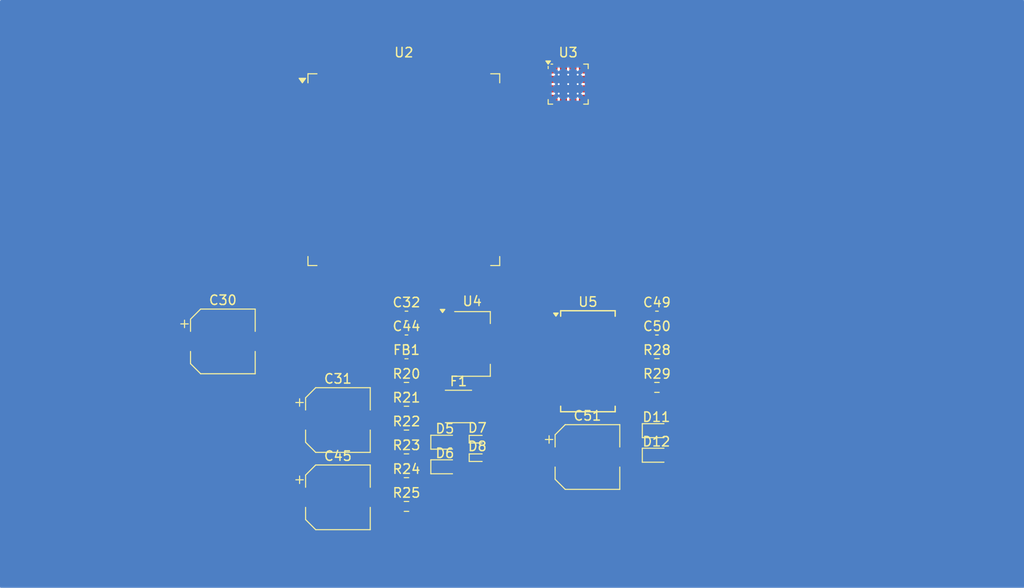
<source format=kicad_pcb>
(kicad_pcb (version 20241229) (generator "pcbnew") (generator_version "9.0")
  (layers (0 "F.Cu" signal) (2 "B.Cu" power) (13 "F.Paste" user) (5 "F.SilkS" user "F.Silkscreen") (1 "F.Mask" user) (25 "Edge.Cuts" user))
  (net 0 "")
  (net 1 "GND")
  (net 2 "+5V")
  (net 3 "+3V3")
  (net 4 "PWR_IN")
  (net 5 "Net-(C44-Pad1)")
  (net 6 "Net-(U5-3V3OUT)")
  (net 7 "Net-(D5-A)")
  (net 8 "Net-(D6-A)")
  (net 9 "USBC_D.P")
  (net 10 "USBC_D.N")
  (net 11 "Net-(D11-K)")
  (net 12 "Net-(D11-A)")
  (net 13 "Net-(D12-K)")
  (net 14 "Net-(D12-A)")
  (net 15 "Net-(U4-ADJ)")
  (net 16 "Net-(J3-CC2)")
  (net 17 "Net-(J3-CC1)")
  (net 18 "/mcu/PF10")
  (net 19 "SDMMC1_D2")
  (net 20 "/mcu/PD15")
  (net 21 "/mcu/DBG_JTCK-SWCLK")
  (net 22 "UART4_RXD")
  (net 23 "/mcu/PC2")
  (net 24 "/mcu/PF5")
  (net 25 "Net-(C11-Pad1)")
  (net 26 "/mcu/PA4")
  (net 27 "/mcu/PG7")
  (net 28 "/mcu/PE8")
  (net 29 "ETH_TX_EN")
  (net 30 "/mcu/PB14")
  (net 31 "/mcu/DBG_JTDI")
  (net 32 "/mcu/PB2")
  (net 33 "/mcu/PF8")
  (net 34 "/mcu/PG11")
  (net 35 "/mcu/PF15")
  (net 36 "/mcu/PE13")
  (net 37 "SDMMC1_D3")
  (net 38 "WRITE_PROTECT")
  (net 39 "/mcu/PA3")
  (net 40 "/mcu/PC0")
  (net 41 "/mcu/PD6")
  (net 42 "/mcu/PF6")
  (net 43 "/mcu/DBG_JTRST")
  (net 44 "/mcu/MCU_VDDA")
  (net 45 "/mcu/PD3")
  (net 46 "/mcu/PA12")
  (net 47 "Net-(C12-Pad1)")
  (net 48 "ETH_RXD1")
  (net 49 "/mcu/PG10")
  (net 50 "/mcu/PE7")
  (net 51 "/mcu/PB15")
  (net 52 "/mcu/PB1")
  (net 53 "/mcu/PF0")
  (net 54 "/mcu/PG6")
  (net 55 "/mcu/PD8")
  (net 56 "/mcu/DBG_JTMS-SWDIO")
  (net 57 "/mcu/PF13")
  (net 58 "/mcu/PB5")
  (net 59 "/mcu/PD0")
  (net 60 "Net-(U2-PH1)")
  (net 61 "/mcu/PE9")
  (net 62 "/mcu/PD14")
  (net 63 "ETH_TXD1")
  (net 64 "/mcu/PE0")
  (net 65 "/mcu/PF4")
  (net 66 "/mcu/PA8")
  (net 67 "/mcu/PE15")
  (net 68 "/mcu/PB6")
  (net 69 "/mcu/PF2")
  (net 70 "/mcu/PD10")
  (net 71 "/mcu/PE14")
  (net 72 "ETH_CRS_DV")
  (net 73 "/mcu/PG14")
  (net 74 "CARD_DETECT")
  (net 75 "/mcu/PB0")
  (net 76 "Net-(U2-PC15)")
  (net 77 "/mcu/PC3")
  (net 78 "SDMMC1_D1")
  (net 79 "/mcu/PG12")
  (net 80 "/mcu/PG2")
  (net 81 "/mcu/PE3")
  (net 82 "/mcu/MCU_VREF+")
  (net 83 "/mcu/PE11")
  (net 84 "/mcu/PA9")
  (net 85 "/mcu/PA6")
  (net 86 "/mcu/PF7")
  (net 87 "/mcu/PG5")
  (net 88 "/mcu/PF12")
  (net 89 "ETH_RXD0")
  (net 90 "/mcu/PG4")
  (net 91 "ETH_MDIO")
  (net 92 "/mcu/PA10")
  (net 93 "ETH_REF_CLK")
  (net 94 "/mcu/PF3")
  (net 95 "ETH_TXD0")
  (net 97 "/mcu/PF1")
  (net 98 "Net-(U2-PH0)")
  (net 99 "/mcu/PG9")
  (net 100 "/mcu/PF14")
  (net 101 "/mcu/PE10")
  (net 102 "/mcu/PE2")
  (net 103 "/mcu/PB8")
  (net 104 "/mcu/PC6")
  (net 105 "/mcu/PD1")
  (net 106 "/mcu/DBG_JTDO")
  (net 107 "/mcu/PC13")
  (net 108 "/mcu/PB9")
  (net 109 "/mcu/MCU_nRST")
  (net 110 "/mcu/PF9")
  (net 111 "/mcu/PA5")
  (net 112 "/mcu/PG3")
  (net 113 "/mcu/PG13")
  (net 114 "/mcu/PF11")
  (net 115 "/mcu/PD4")
  (net 116 "/mcu/PD9")
  (net 117 "Net-(U2-PC14)")
  (net 118 "/mcu/PB7")
  (net 119 "/mcu/PC7")
  (net 120 "/mcu/PE12")
  (net 121 "/mcu/PD12")
  (net 122 "UART4_TXD")
  (net 123 "/mcu/PB10")
  (net 124 "/mcu/PG8")
  (net 125 "/mcu/PD7")
  (net 126 "/mcu/PG15")
  (net 127 "ETH_MDC")
  (net 128 "SDMMC1_CK")
  (net 129 "/mcu/PE1")
  (net 130 "/mcu/PE6")
  (net 131 "SDMMC1_D0")
  (net 132 "/mcu/PE4")
  (net 133 "/mcu/PE5")
  (net 134 "/mcu/PD13")
  (net 135 "SDMMC1_CMD")
  (net 136 "/mcu/PD11")
  (net 137 "/mcu/PD5")
  (net 138 "/ethernet/VDDCR")
  (net 139 "/ethernet/ETH_TXD_P")
  (net 141 "Net-(U3-XTAL1{slash}CLKIN)")
  (net 143 "/ethernet/ETH_RXD_N")
  (net 144 "Net-(U3-XTAL2)")
  (net 145 "Net-(D3-A)")
  (net 146 "Net-(U3-RBIAS)")
  (net 147 "Net-(D4-A)")
  (net 148 "/ethernet/ETH_RXD_P")
  (net 149 "/ethernet/ETH_TXD_N")
  (footprint "Package_SO:SSOP-28_5.3x10.2mm_P0.65mm" (layer "F.Cu") (at 133.4925 106.09)
    (property "Reference" "U5" (at 0 -6.25 0) (layer "F.SilkS"))
    (property "Value" "FT232RL")
    (pad "1" smd rect (at -3.6 -4.225) (size 1.75 0.45) (layers "F.Cu" "F.Mask" "F.Paste") (net 22 "UART4_RXD"))
    (pad "2" smd rect (at -3.6 -3.575) (size 1.75 0.45) (layers "F.Cu" "F.Mask" "F.Paste"))
    (pad "3" smd rect (at -3.6 -2.925) (size 1.75 0.45) (layers "F.Cu" "F.Mask" "F.Paste") (net 1 "GND"))
    (pad "4" smd rect (at -3.6 -2.275) (size 1.75 0.45) (layers "F.Cu" "F.Mask" "F.Paste") (net 2 "+5V"))
    (pad "5" smd rect (at -3.6 -1.625) (size 1.75 0.45) (layers "F.Cu" "F.Mask" "F.Paste") (net 122 "UART4_TXD"))
    (pad "6" smd rect (at -3.6 -0.975) (size 1.75 0.45) (layers "F.Cu" "F.Mask" "F.Paste"))
    (pad "7" smd rect (at -3.6 -0.325) (size 1.75 0.45) (layers "F.Cu" "F.Mask" "F.Paste") (net 1 "GND"))
    (pad "8" smd rect (at -3.6 0.325) (size 1.75 0.45) (layers "F.Cu" "F.Mask" "F.Paste"))
    (pad "9" smd rect (at -3.6 0.975) (size 1.75 0.45) (layers "F.Cu" "F.Mask" "F.Paste"))
    (pad "10" smd rect (at -3.6 1.625) (size 1.75 0.45) (layers "F.Cu" "F.Mask" "F.Paste"))
    (pad "11" smd rect (at -3.6 2.275) (size 1.75 0.45) (layers "F.Cu" "F.Mask" "F.Paste") (net 1 "GND"))
    (pad "12" smd rect (at -3.6 2.925) (size 1.75 0.45) (layers "F.Cu" "F.Mask" "F.Paste"))
    (pad "13" smd rect (at -3.6 3.575) (size 1.75 0.45) (layers "F.Cu" "F.Mask" "F.Paste"))
    (pad "14" smd rect (at -3.6 4.225) (size 1.75 0.45) (layers "F.Cu" "F.Mask" "F.Paste"))
    (pad "15" smd rect (at 3.6 4.225) (size 1.75 0.45) (layers "F.Cu" "F.Mask" "F.Paste") (net 9 "USBC_D.P"))
    (pad "16" smd rect (at 3.6 3.575) (size 1.75 0.45) (layers "F.Cu" "F.Mask" "F.Paste") (net 10 "USBC_D.N"))
    (pad "17" smd rect (at 3.6 2.925) (size 1.75 0.45) (layers "F.Cu" "F.Mask" "F.Paste") (net 6 "Net-(U5-3V3OUT)"))
    (pad "18" smd rect (at 3.6 2.275) (size 1.75 0.45) (layers "F.Cu" "F.Mask" "F.Paste") (net 1 "GND"))
    (pad "19" smd rect (at 3.6 1.625) (size 1.75 0.45) (layers "F.Cu" "F.Mask" "F.Paste"))
    (pad "20" smd rect (at 3.6 0.975) (size 1.75 0.45) (layers "F.Cu" "F.Mask" "F.Paste") (net 2 "+5V"))
    (pad "21" smd rect (at 3.6 0.325) (size 1.75 0.45) (layers "F.Cu" "F.Mask" "F.Paste") (net 1 "GND"))
    (pad "22" smd rect (at 3.6 -0.325) (size 1.75 0.45) (layers "F.Cu" "F.Mask" "F.Paste") (net 13 "Net-(D12-K)"))
    (pad "23" smd rect (at 3.6 -0.975) (size 1.75 0.45) (layers "F.Cu" "F.Mask" "F.Paste") (net 11 "Net-(D11-K)"))
    (pad "24" smd rect (at 3.6 -1.625) (size 1.75 0.45) (layers "F.Cu" "F.Mask" "F.Paste"))
    (pad "25" smd rect (at 3.6 -2.275) (size 1.75 0.45) (layers "F.Cu" "F.Mask" "F.Paste") (net 1 "GND"))
    (pad "26" smd rect (at 3.6 -2.925) (size 1.75 0.45) (layers "F.Cu" "F.Mask" "F.Paste") (net 1 "GND"))
    (pad "27" smd rect (at 3.6 -3.575) (size 1.75 0.45) (layers "F.Cu" "F.Mask" "F.Paste"))
    (pad "28" smd rect (at 3.6 -4.225) (size 1.75 0.45) (layers "F.Cu" "F.Mask" "F.Paste"))
  )
  (footprint "Diode_SMD:D_SOD-923" (layer "F.Cu") (at 121.8375 116.26)
    (property "Reference" "D8" (at 0 -1.2 0) (layer "F.SilkS"))
    (property "Value" "ESD9B5.0ST5G")
    (pad "1" smd roundrect (at -0.42 0 180) (size 0.36 0.25) (layers "F.Cu" "F.Mask" "F.Paste") (net 1 "GND"))
    (pad "2" smd roundrect (at 0.42 0 180) (size 0.36 0.25) (layers "F.Cu" "F.Mask" "F.Paste") (net 10 "USBC_D.N"))
  )
  (footprint "Resistor_SMD:R_0603_1608Metric" (layer "F.Cu") (at 140.7725 108.85)
    (property "Reference" "R29" (at 0 -1.43 0) (layer "F.SilkS"))
    (property "Value" "150")
    (pad "1" smd roundrect (at -0.825 0) (size 0.8 0.95) (layers "F.Cu" "F.Mask" "F.Paste") (net 14 "Net-(D12-A)"))
    (pad "2" smd roundrect (at 0.825 0) (size 0.8 0.95) (layers "F.Cu" "F.Mask" "F.Paste") (net 1 "GND"))
  )
  (footprint "Resistor_SMD:R_0603_1608Metric" (layer "F.Cu") (at 114.3625 108.85)
    (property "Reference" "R20" (at 0 -1.43 0) (layer "F.SilkS"))
    (property "Value" "121")
    (pad "1" smd roundrect (at -0.825 0) (size 0.8 0.95) (layers "F.Cu" "F.Mask" "F.Paste") (net 3 "+3V3"))
    (pad "2" smd roundrect (at 0.825 0) (size 0.8 0.95) (layers "F.Cu" "F.Mask" "F.Paste") (net 15 "Net-(U4-ADJ)"))
  )
  (footprint "LED_SMD:LED_0603_1608Metric" (layer "F.Cu") (at 118.4125 114.63)
    (property "Reference" "D5" (at 0 -1.43 0) (layer "F.SilkS"))
    (property "Value" "LED")
    (pad "1" smd roundrect (at -0.7875 0) (size 0.875 0.95) (layers "F.Cu" "F.Mask" "F.Paste") (net 1 "GND"))
    (pad "2" smd roundrect (at 0.7875 0) (size 0.875 0.95) (layers "F.Cu" "F.Mask" "F.Paste") (net 7 "Net-(D5-A)"))
  )
  (footprint "Capacitor_SMD:C_0603_1608Metric" (layer "F.Cu") (at 140.7725 103.83)
    (property "Reference" "C50" (at 0 -1.43 0) (layer "F.SilkS"))
    (property "Value" ".1u")
    (pad "1" smd roundrect (at -0.775 0) (size 0.9 0.95) (layers "F.Cu" "F.Mask" "F.Paste") (net 2 "+5V"))
    (pad "2" smd roundrect (at 0.775 0) (size 0.9 0.95) (layers "F.Cu" "F.Mask" "F.Paste") (net 1 "GND"))
  )
  (footprint "Fuse:Fuse_1812_4532Metric" (layer "F.Cu") (at 119.8425 110.86)
    (property "Reference" "F1" (at 0 -2.65 0) (layer "F.SilkS"))
    (property "Value" "500mA")
    (pad "1" smd roundrect (at -2.1375 0) (size 1.125 3.4) (layers "F.Cu" "F.Mask" "F.Paste") (roundrect_rratio 0.222222) (net 5 "Net-(C44-Pad1)"))
    (pad "2" smd roundrect (at 2.1375 0) (size 1.125 3.4) (layers "F.Cu" "F.Mask" "F.Paste") (roundrect_rratio 0.222222) (net 2 "+5V"))
  )
  (footprint "Package_DFN_QFN:VQFN-24-1EP_4x4mm_P0.5mm_EP2.5x2.5mm_ThermalVias" (layer "F.Cu") (at 131.4125 76.87)
    (property "Reference" "U3" (at 0 -3.33 0) (layer "F.SilkS"))
    (property "Value" "LAN8742A")
    (pad "1" smd roundrect (at -1.9375 -1.25) (size 0.875 0.25) (layers "F.Cu" "F.Mask" "F.Paste") (net 3 "+3V3"))
    (pad "2" smd roundrect (at -1.9375 -0.75) (size 0.875 0.25) (layers "F.Cu" "F.Mask" "F.Paste") (net 147 "Net-(D4-A)"))
    (pad "3" smd roundrect (at -1.9375 -0.25) (size 0.875 0.25) (layers "F.Cu" "F.Mask" "F.Paste") (net 145 "Net-(D3-A)"))
    (pad "4" smd roundrect (at -1.9375 0.25) (size 0.875 0.25) (layers "F.Cu" "F.Mask" "F.Paste") (net 144 "Net-(U3-XTAL2)"))
    (pad "5" smd roundrect (at -1.9375 0.75) (size 0.875 0.25) (layers "F.Cu" "F.Mask" "F.Paste") (net 141 "Net-(U3-XTAL1{slash}CLKIN)"))
    (pad "6" smd roundrect (at -1.9375 1.25) (size 0.875 0.25) (layers "F.Cu" "F.Mask" "F.Paste") (net 138 "/ethernet/VDDCR"))
    (pad "7" smd roundrect (at -1.25 1.9375) (size 0.25 0.875) (layers "F.Cu" "F.Mask" "F.Paste") (net 48 "ETH_RXD1"))
    (pad "8" smd roundrect (at -0.75 1.9375) (size 0.25 0.875) (layers "F.Cu" "F.Mask" "F.Paste") (net 89 "ETH_RXD0"))
    (pad "9" smd roundrect (at -0.25 1.9375) (size 0.25 0.875) (layers "F.Cu" "F.Mask" "F.Paste") (net 3 "+3V3"))
    (pad "10" smd roundrect (at 0.25 1.9375) (size 0.25 0.875) (layers "F.Cu" "F.Mask" "F.Paste"))
    (pad "11" smd roundrect (at 0.75 1.9375) (size 0.25 0.875) (layers "F.Cu" "F.Mask" "F.Paste") (net 72 "ETH_CRS_DV"))
    (pad "12" smd roundrect (at 1.25 1.9375) (size 0.25 0.875) (layers "F.Cu" "F.Mask" "F.Paste") (net 91 "ETH_MDIO"))
    (pad "13" smd roundrect (at 1.9375 1.25) (size 0.875 0.25) (layers "F.Cu" "F.Mask" "F.Paste") (net 127 "ETH_MDC"))
    (pad "14" smd roundrect (at 1.9375 0.75) (size 0.875 0.25) (layers "F.Cu" "F.Mask" "F.Paste") (net 93 "ETH_REF_CLK"))
    (pad "15" smd roundrect (at 1.9375 0.25) (size 0.875 0.25) (layers "F.Cu" "F.Mask" "F.Paste"))
    (pad "16" smd roundrect (at 1.9375 -0.25) (size 0.875 0.25) (layers "F.Cu" "F.Mask" "F.Paste") (net 29 "ETH_TX_EN"))
    (pad "17" smd roundrect (at 1.9375 -0.75) (size 0.875 0.25) (layers "F.Cu" "F.Mask" "F.Paste") (net 95 "ETH_TXD0"))
    (pad "18" smd roundrect (at 1.9375 -1.25) (size 0.875 0.25) (layers "F.Cu" "F.Mask" "F.Paste") (net 63 "ETH_TXD1"))
    (pad "19" smd roundrect (at 1.25 -1.9375) (size 0.25 0.875) (layers "F.Cu" "F.Mask" "F.Paste") (net 3 "+3V3"))
    (pad "20" smd roundrect (at 0.75 -1.9375) (size 0.25 0.875) (layers "F.Cu" "F.Mask" "F.Paste") (net 149 "/ethernet/ETH_TXD_N"))
    (pad "21" smd roundrect (at 0.25 -1.9375) (size 0.25 0.875) (layers "F.Cu" "F.Mask" "F.Paste") (net 139 "/ethernet/ETH_TXD_P"))
    (pad "22" smd roundrect (at -0.25 -1.9375) (size 0.25 0.875) (layers "F.Cu" "F.Mask" "F.Paste") (net 143 "/ethernet/ETH_RXD_N"))
    (pad "23" smd roundrect (at -0.75 -1.9375) (size 0.25 0.875) (layers "F.Cu" "F.Mask" "F.Paste") (net 148 "/ethernet/ETH_RXD_P"))
    (pad "24" smd roundrect (at -1.25 -1.9375) (size 0.25 0.875) (layers "F.Cu" "F.Mask" "F.Paste") (net 146 "Net-(U3-RBIAS)"))
    (pad "25" thru_hole circle (at -1 -1) (size 0.5 0.5) (drill 0.2) (property pad_prop_heatsink) (layers "*.Cu") (net 1 "GND"))
    (pad "25" thru_hole circle (at -1 0) (size 0.5 0.5) (drill 0.2) (property pad_prop_heatsink) (layers "*.Cu") (net 1 "GND"))
    (pad "25" thru_hole circle (at -1 1) (size 0.5 0.5) (drill 0.2) (property pad_prop_heatsink) (layers "*.Cu") (net 1 "GND"))
    (pad "25" thru_hole circle (at 0 -1) (size 0.5 0.5) (drill 0.2) (property pad_prop_heatsink) (layers "*.Cu") (net 1 "GND"))
    (pad "25" thru_hole circle (at 0 0) (size 0.5 0.5) (drill 0.2) (property pad_prop_heatsink) (layers "*.Cu") (net 1 "GND"))
    (pad "25" smd rect (at 0 0) (size 2.5 2.5) (property pad_prop_heatsink) (layers "F.Cu" "F.Mask") (net 1 "GND"))
    (pad "25" smd rect (at 0 0) (size 2.5 2.5) (property pad_prop_heatsink) (layers "B.Cu") (net 1 "GND"))
    (pad "25" thru_hole circle (at 0 1) (size 0.5 0.5) (drill 0.2) (property pad_prop_heatsink) (layers "*.Cu") (net 1 "GND"))
    (pad "25" thru_hole circle (at 1 -1) (size 0.5 0.5) (drill 0.2) (property pad_prop_heatsink) (layers "*.Cu") (net 1 "GND"))
    (pad "25" thru_hole circle (at 1 0) (size 0.5 0.5) (drill 0.2) (property pad_prop_heatsink) (layers "*.Cu") (net 1 "GND"))
    (pad "25" thru_hole circle (at 1 1) (size 0.5 0.5) (drill 0.2) (property pad_prop_heatsink) (layers "*.Cu") (net 1 "GND"))
  )
  (footprint "Inductor_SMD:L_0603_1608Metric" (layer "F.Cu") (at 114.3625 106.34)
    (property "Reference" "FB1" (at 0 -1.43 0) (layer "F.SilkS"))
    (property "Value" "120")
    (pad "1" smd roundrect (at -0.7875 0) (size 0.875 0.95) (layers "F.Cu" "F.Mask" "F.Paste") (net 4 "PWR_IN"))
    (pad "2" smd roundrect (at 0.7875 0) (size 0.875 0.95) (layers "F.Cu" "F.Mask" "F.Paste") (net 5 "Net-(C44-Pad1)"))
  )
  (footprint "Capacitor_SMD:CP_Elec_6.3x7.7" (layer "F.Cu") (at 95 104)
    (property "Reference" "C30" (at 0 -4.35 0) (layer "F.SilkS"))
    (property "Value" "10u")
    (pad "1" smd roundrect (at -2.7 0) (size 3.5 1.6) (layers "F.Cu" "F.Mask" "F.Paste") (roundrect_rratio 0.15625) (net 2 "+5V"))
    (pad "2" smd roundrect (at 2.7 0) (size 3.5 1.6) (layers "F.Cu" "F.Mask" "F.Paste") (roundrect_rratio 0.15625) (net 1 "GND"))
  )
  (footprint "LED_SMD:LED_0603_1608Metric" (layer "F.Cu") (at 118.4125 117.22)
    (property "Reference" "D6" (at 0 -1.43 0) (layer "F.SilkS"))
    (property "Value" "LED")
    (pad "1" smd roundrect (at -0.7875 0) (size 0.875 0.95) (layers "F.Cu" "F.Mask" "F.Paste") (net 1 "GND"))
    (pad "2" smd roundrect (at 0.7875 0) (size 0.875 0.95) (layers "F.Cu" "F.Mask" "F.Paste") (net 8 "Net-(D6-A)"))
  )
  (footprint "Resistor_SMD:R_0603_1608Metric" (layer "F.Cu") (at 114.3625 118.89)
    (property "Reference" "R24" (at 0 -1.43 0) (layer "F.SilkS"))
    (property "Value" "5.1k")
    (pad "1" smd roundrect (at -0.825 0) (size 0.8 0.95) (layers "F.Cu" "F.Mask" "F.Paste") (net 1 "GND"))
    (pad "2" smd roundrect (at 0.825 0) (size 0.8 0.95) (layers "F.Cu" "F.Mask" "F.Paste") (net 16 "Net-(J3-CC2)"))
  )
  (footprint "Capacitor_SMD:CP_Elec_6.3x7.7" (layer "F.Cu") (at 133.4425 116.19)
    (property "Reference" "C51" (at 0 -4.35 0) (layer "F.SilkS"))
    (property "Value" "4.7u")
    (pad "1" smd roundrect (at -2.7 0) (size 3.5 1.6) (layers "F.Cu" "F.Mask" "F.Paste") (roundrect_rratio 0.15625) (net 2 "+5V"))
    (pad "2" smd roundrect (at 2.7 0) (size 3.5 1.6) (layers "F.Cu" "F.Mask" "F.Paste") (roundrect_rratio 0.15625) (net 1 "GND"))
  )
  (footprint "Diode_SMD:D_SOD-923" (layer "F.Cu") (at 121.8375 114.31)
    (property "Reference" "D7" (at 0 -1.2 0) (layer "F.SilkS"))
    (property "Value" "ESD9B5.0ST5G")
    (pad "1" smd roundrect (at -0.42 0 180) (size 0.36 0.25) (layers "F.Cu" "F.Mask" "F.Paste") (net 1 "GND"))
    (pad "2" smd roundrect (at 0.42 0 180) (size 0.36 0.25) (layers "F.Cu" "F.Mask" "F.Paste") (net 9 "USBC_D.P"))
  )
  (footprint "Resistor_SMD:R_0603_1608Metric" (layer "F.Cu") (at 140.7725 106.34)
    (property "Reference" "R28" (at 0 -1.43 0) (layer "F.SilkS"))
    (property "Value" "150")
    (pad "1" smd roundrect (at -0.825 0) (size 0.8 0.95) (layers "F.Cu" "F.Mask" "F.Paste") (net 12 "Net-(D11-A)"))
    (pad "2" smd roundrect (at 0.825 0) (size 0.8 0.95) (layers "F.Cu" "F.Mask" "F.Paste") (net 1 "GND"))
  )
  (footprint "Resistor_SMD:R_0603_1608Metric" (layer "F.Cu") (at 114.3625 113.87)
    (property "Reference" "R22" (at 0 -1.43 0) (layer "F.SilkS"))
    (property "Value" "155")
    (pad "1" smd roundrect (at -0.825 0) (size 0.8 0.95) (layers "F.Cu" "F.Mask" "F.Paste") (net 2 "+5V"))
    (pad "2" smd roundrect (at 0.825 0) (size 0.8 0.95) (layers "F.Cu" "F.Mask" "F.Paste") (net 7 "Net-(D5-A)"))
  )
  (footprint "Capacitor_SMD:CP_Elec_6.3x7.7" (layer "F.Cu") (at 107.1325 112.29)
    (property "Reference" "C31" (at 0 -4.35 0) (layer "F.SilkS"))
    (property "Value" "100u")
    (pad "1" smd roundrect (at -2.7 0) (size 3.5 1.6) (layers "F.Cu" "F.Mask" "F.Paste") (roundrect_rratio 0.15625) (net 3 "+3V3"))
    (pad "2" smd roundrect (at 2.7 0) (size 3.5 1.6) (layers "F.Cu" "F.Mask" "F.Paste") (roundrect_rratio 0.15625) (net 1 "GND"))
  )
  (footprint "Resistor_SMD:R_0603_1608Metric" (layer "F.Cu") (at 114.3625 111.36)
    (property "Reference" "R21" (at 0 -1.43 0) (layer "F.SilkS"))
    (property "Value" "200")
    (pad "1" smd roundrect (at -0.825 0) (size 0.8 0.95) (layers "F.Cu" "F.Mask" "F.Paste") (net 15 "Net-(U4-ADJ)"))
    (pad "2" smd roundrect (at 0.825 0) (size 0.8 0.95) (layers "F.Cu" "F.Mask" "F.Paste") (net 1 "GND"))
  )
  (footprint "Package_TO_SOT_SMD:SOT-223-3_TabPin2" (layer "F.Cu") (at 121.2925 104.265)
    (property "Reference" "U4" (at 0 -4.5 0) (layer "F.SilkS"))
    (property "Value" "LM1117MP-ADJ")
    (pad "1" smd roundrect (at -3.15 -2.3) (size 2 1.5) (layers "F.Cu" "F.Mask" "F.Paste") (net 15 "Net-(U4-ADJ)"))
    (pad "2" smd roundrect (at -3.15 0) (size 2 1.5) (layers "F.Cu" "F.Mask" "F.Paste") (net 3 "+3V3"))
    (pad "2" smd roundrect (at 3.15 0) (size 2 3.8) (layers "F.Cu" "F.Mask" "F.Paste") (net 3 "+3V3"))
    (pad "3" smd roundrect (at -3.15 2.3) (size 2 1.5) (layers "F.Cu" "F.Mask" "F.Paste") (net 2 "+5V"))
  )
  (footprint "Capacitor_SMD:CP_Elec_6.3x7.7" (layer "F.Cu") (at 107.1325 120.44)
    (property "Reference" "C45" (at 0 -4.35 0) (layer "F.SilkS"))
    (property "Value" "4.7u")
    (pad "1" smd roundrect (at -2.7 0) (size 3.5 1.6) (layers "F.Cu" "F.Mask" "F.Paste") (roundrect_rratio 0.15625) (net 5 "Net-(C44-Pad1)"))
    (pad "2" smd roundrect (at 2.7 0) (size 3.5 1.6) (layers "F.Cu" "F.Mask" "F.Paste") (roundrect_rratio 0.15625) (net 1 "GND"))
  )
  (footprint "Package_QFP:LQFP-144_20x20mm_P0.5mm" (layer "F.Cu") (at 114.0825 85.89)
    (property "Reference" "U2" (at 0 -12.35 0) (layer "F.SilkS"))
    (property "Value" "STM32H730ZBTx")
    (pad "1" smd roundrect (at -10.6625 -8.75) (size 1.475 0.3) (layers "F.Cu" "F.Mask" "F.Paste") (net 102 "/mcu/PE2"))
    (pad "2" smd roundrect (at -10.6625 -8.25) (size 1.475 0.3) (layers "F.Cu" "F.Mask" "F.Paste") (net 81 "/mcu/PE3"))
    (pad "3" smd roundrect (at -10.6625 -7.75) (size 1.475 0.3) (layers "F.Cu" "F.Mask" "F.Paste") (net 132 "/mcu/PE4"))
    (pad "4" smd roundrect (at -10.6625 -7.25) (size 1.475 0.3) (layers "F.Cu" "F.Mask" "F.Paste") (net 133 "/mcu/PE5"))
    (pad "5" smd roundrect (at -10.6625 -6.75) (size 1.475 0.3) (layers "F.Cu" "F.Mask" "F.Paste") (net 130 "/mcu/PE6"))
    (pad "6" smd roundrect (at -10.6625 -6.25) (size 1.475 0.3) (layers "F.Cu" "F.Mask" "F.Paste") (net 3 "+3V3"))
    (pad "7" smd roundrect (at -10.6625 -5.75) (size 1.475 0.3) (layers "F.Cu" "F.Mask" "F.Paste") (net 107 "/mcu/PC13"))
    (pad "8" smd roundrect (at -10.6625 -5.25) (size 1.475 0.3) (layers "F.Cu" "F.Mask" "F.Paste") (net 117 "Net-(U2-PC14)"))
    (pad "9" smd roundrect (at -10.6625 -4.75) (size 1.475 0.3) (layers "F.Cu" "F.Mask" "F.Paste") (net 76 "Net-(U2-PC15)"))
    (pad "10" smd roundrect (at -10.6625 -4.25) (size 1.475 0.3) (layers "F.Cu" "F.Mask" "F.Paste") (net 53 "/mcu/PF0"))
    (pad "11" smd roundrect (at -10.6625 -3.75) (size 1.475 0.3) (layers "F.Cu" "F.Mask" "F.Paste") (net 97 "/mcu/PF1"))
    (pad "12" smd roundrect (at -10.6625 -3.25) (size 1.475 0.3) (layers "F.Cu" "F.Mask" "F.Paste") (net 69 "/mcu/PF2"))
    (pad "13" smd roundrect (at -10.6625 -2.75) (size 1.475 0.3) (layers "F.Cu" "F.Mask" "F.Paste") (net 94 "/mcu/PF3"))
    (pad "14" smd roundrect (at -10.6625 -2.25) (size 1.475 0.3) (layers "F.Cu" "F.Mask" "F.Paste") (net 65 "/mcu/PF4"))
    (pad "15" smd roundrect (at -10.6625 -1.75) (size 1.475 0.3) (layers "F.Cu" "F.Mask" "F.Paste") (net 24 "/mcu/PF5"))
    (pad "16" smd roundrect (at -10.6625 -1.25) (size 1.475 0.3) (layers "F.Cu" "F.Mask" "F.Paste") (net 1 "GND"))
    (pad "17" smd roundrect (at -10.6625 -0.75) (size 1.475 0.3) (layers "F.Cu" "F.Mask" "F.Paste") (net 3 "+3V3"))
    (pad "18" smd roundrect (at -10.6625 -0.25) (size 1.475 0.3) (layers "F.Cu" "F.Mask" "F.Paste") (net 42 "/mcu/PF6"))
    (pad "19" smd roundrect (at -10.6625 0.25) (size 1.475 0.3) (layers "F.Cu" "F.Mask" "F.Paste") (net 86 "/mcu/PF7"))
    (pad "20" smd roundrect (at -10.6625 0.75) (size 1.475 0.3) (layers "F.Cu" "F.Mask" "F.Paste") (net 33 "/mcu/PF8"))
    (pad "21" smd roundrect (at -10.6625 1.25) (size 1.475 0.3) (layers "F.Cu" "F.Mask" "F.Paste") (net 110 "/mcu/PF9"))
    (pad "22" smd roundrect (at -10.6625 1.75) (size 1.475 0.3) (layers "F.Cu" "F.Mask" "F.Paste") (net 18 "/mcu/PF10"))
    (pad "23" smd roundrect (at -10.6625 2.25) (size 1.475 0.3) (layers "F.Cu" "F.Mask" "F.Paste") (net 98 "Net-(U2-PH0)"))
    (pad "24" smd roundrect (at -10.6625 2.75) (size 1.475 0.3) (layers "F.Cu" "F.Mask" "F.Paste") (net 60 "Net-(U2-PH1)"))
    (pad "25" smd roundrect (at -10.6625 3.25) (size 1.475 0.3) (layers "F.Cu" "F.Mask" "F.Paste") (net 109 "/mcu/MCU_nRST"))
    (pad "26" smd roundrect (at -10.6625 3.75) (size 1.475 0.3) (layers "F.Cu" "F.Mask" "F.Paste") (net 40 "/mcu/PC0"))
    (pad "27" smd roundrect (at -10.6625 4.25) (size 1.475 0.3) (layers "F.Cu" "F.Mask" "F.Paste") (net 127 "ETH_MDC"))
    (pad "28" smd roundrect (at -10.6625 4.75) (size 1.475 0.3) (layers "F.Cu" "F.Mask" "F.Paste") (net 23 "/mcu/PC2"))
    (pad "29" smd roundrect (at -10.6625 5.25) (size 1.475 0.3) (layers "F.Cu" "F.Mask" "F.Paste") (net 77 "/mcu/PC3"))
    (pad "30" smd roundrect (at -10.6625 5.75) (size 1.475 0.3) (layers "F.Cu" "F.Mask" "F.Paste") (net 3 "+3V3"))
    (pad "31" smd roundrect (at -10.6625 6.25) (size 1.475 0.3) (layers "F.Cu" "F.Mask" "F.Paste") (net 1 "GND"))
    (pad "32" smd roundrect (at -10.6625 6.75) (size 1.475 0.3) (layers "F.Cu" "F.Mask" "F.Paste") (net 82 "/mcu/MCU_VREF+"))
    (pad "33" smd roundrect (at -10.6625 7.25) (size 1.475 0.3) (layers "F.Cu" "F.Mask" "F.Paste") (net 44 "/mcu/MCU_VDDA"))
    (pad "34" smd roundrect (at -10.6625 7.75) (size 1.475 0.3) (layers "F.Cu" "F.Mask" "F.Paste") (net 122 "UART4_TXD"))
    (pad "35" smd roundrect (at -10.6625 8.25) (size 1.475 0.3) (layers "F.Cu" "F.Mask" "F.Paste") (net 93 "ETH_REF_CLK"))
    (pad "36" smd roundrect (at -10.6625 8.75) (size 1.475 0.3) (layers "F.Cu" "F.Mask" "F.Paste") (net 91 "ETH_MDIO"))
    (pad "37" smd roundrect (at -8.75 10.6625) (size 0.3 1.475) (layers "F.Cu" "F.Mask" "F.Paste") (net 39 "/mcu/PA3"))
    (pad "38" smd roundrect (at -8.25 10.6625) (size 0.3 1.475) (layers "F.Cu" "F.Mask" "F.Paste") (net 1 "GND"))
    (pad "39" smd roundrect (at -7.75 10.6625) (size 0.3 1.475) (layers "F.Cu" "F.Mask" "F.Paste") (net 3 "+3V3"))
    (pad "40" smd roundrect (at -7.25 10.6625) (size 0.3 1.475) (layers "F.Cu" "F.Mask" "F.Paste") (net 26 "/mcu/PA4"))
    (pad "41" smd roundrect (at -6.75 10.6625) (size 0.3 1.475) (layers "F.Cu" "F.Mask" "F.Paste") (net 111 "/mcu/PA5"))
    (pad "42" smd roundrect (at -6.25 10.6625) (size 0.3 1.475) (layers "F.Cu" "F.Mask" "F.Paste") (net 85 "/mcu/PA6"))
    (pad "43" smd roundrect (at -5.75 10.6625) (size 0.3 1.475) (layers "F.Cu" "F.Mask" "F.Paste") (net 72 "ETH_CRS_DV"))
    (pad "44" smd roundrect (at -5.25 10.6625) (size 0.3 1.475) (layers "F.Cu" "F.Mask" "F.Paste") (net 89 "ETH_RXD0"))
    (pad "45" smd roundrect (at -4.75 10.6625) (size 0.3 1.475) (layers "F.Cu" "F.Mask" "F.Paste") (net 48 "ETH_RXD1"))
    (pad "46" smd roundrect (at -4.25 10.6625) (size 0.3 1.475) (layers "F.Cu" "F.Mask" "F.Paste") (net 75 "/mcu/PB0"))
    (pad "47" smd roundrect (at -3.75 10.6625) (size 0.3 1.475) (layers "F.Cu" "F.Mask" "F.Paste") (net 52 "/mcu/PB1"))
    (pad "48" smd roundrect (at -3.25 10.6625) (size 0.3 1.475) (layers "F.Cu" "F.Mask" "F.Paste") (net 32 "/mcu/PB2"))
    (pad "49" smd roundrect (at -2.75 10.6625) (size 0.3 1.475) (layers "F.Cu" "F.Mask" "F.Paste") (net 114 "/mcu/PF11"))
    (pad "50" smd roundrect (at -2.25 10.6625) (size 0.3 1.475) (layers "F.Cu" "F.Mask" "F.Paste") (net 88 "/mcu/PF12"))
    (pad "51" smd roundrect (at -1.75 10.6625) (size 0.3 1.475) (layers "F.Cu" "F.Mask" "F.Paste") (net 1 "GND"))
    (pad "52" smd roundrect (at -1.25 10.6625) (size 0.3 1.475) (layers "F.Cu" "F.Mask" "F.Paste") (net 3 "+3V3"))
    (pad "53" smd roundrect (at -0.75 10.6625) (size 0.3 1.475) (layers "F.Cu" "F.Mask" "F.Paste") (net 57 "/mcu/PF13"))
    (pad "54" smd roundrect (at -0.25 10.6625) (size 0.3 1.475) (layers "F.Cu" "F.Mask" "F.Paste") (net 100 "/mcu/PF14"))
    (pad "55" smd roundrect (at 0.25 10.6625) (size 0.3 1.475) (layers "F.Cu" "F.Mask" "F.Paste") (net 35 "/mcu/PF15"))
    (pad "56" smd roundrect (at 0.75 10.6625) (size 0.3 1.475) (layers "F.Cu" "F.Mask" "F.Paste") (net 38 "WRITE_PROTECT"))
    (pad "57" smd roundrect (at 1.25 10.6625) (size 0.3 1.475) (layers "F.Cu" "F.Mask" "F.Paste") (net 74 "CARD_DETECT"))
    (pad "58" smd roundrect (at 1.75 10.6625) (size 0.3 1.475) (layers "F.Cu" "F.Mask" "F.Paste") (net 50 "/mcu/PE7"))
    (pad "59" smd roundrect (at 2.25 10.6625) (size 0.3 1.475) (layers "F.Cu" "F.Mask" "F.Paste") (net 28 "/mcu/PE8"))
    (pad "60" smd roundrect (at 2.75 10.6625) (size 0.3 1.475) (layers "F.Cu" "F.Mask" "F.Paste") (net 61 "/mcu/PE9"))
    (pad "61" smd roundrect (at 3.25 10.6625) (size 0.3 1.475) (layers "F.Cu" "F.Mask" "F.Paste") (net 1 "GND"))
    (pad "62" smd roundrect (at 3.75 10.6625) (size 0.3 1.475) (layers "F.Cu" "F.Mask" "F.Paste") (net 3 "+3V3"))
    (pad "63" smd roundrect (at 4.25 10.6625) (size 0.3 1.475) (layers "F.Cu" "F.Mask" "F.Paste") (net 101 "/mcu/PE10"))
    (pad "64" smd roundrect (at 4.75 10.6625) (size 0.3 1.475) (layers "F.Cu" "F.Mask" "F.Paste") (net 83 "/mcu/PE11"))
    (pad "65" smd roundrect (at 5.25 10.6625) (size 0.3 1.475) (layers "F.Cu" "F.Mask" "F.Paste") (net 120 "/mcu/PE12"))
    (pad "66" smd roundrect (at 5.75 10.6625) (size 0.3 1.475) (layers "F.Cu" "F.Mask" "F.Paste") (net 36 "/mcu/PE13"))
    (pad "67" smd roundrect (at 6.25 10.6625) (size 0.3 1.475) (layers "F.Cu" "F.Mask" "F.Paste") (net 71 "/mcu/PE14"))
    (pad "68" smd roundrect (at 6.75 10.6625) (size 0.3 1.475) (layers "F.Cu" "F.Mask" "F.Paste") (net 67 "/mcu/PE15"))
    (pad "69" smd roundrect (at 7.25 10.6625) (size 0.3 1.475) (layers "F.Cu" "F.Mask" "F.Paste") (net 123 "/mcu/PB10"))
    (pad "70" smd roundrect (at 7.75 10.6625) (size 0.3 1.475) (layers "F.Cu" "F.Mask" "F.Paste") (net 29 "ETH_TX_EN"))
    (pad "71" smd roundrect (at 8.25 10.6625) (size 0.3 1.475) (layers "F.Cu" "F.Mask" "F.Paste") (net 25 "Net-(C11-Pad1)"))
    (pad "72" smd roundrect (at 8.75 10.6625) (size 0.3 1.475) (layers "F.Cu" "F.Mask" "F.Paste") (net 3 "+3V3"))
    (pad "73" smd roundrect (at 10.6625 8.75) (size 1.475 0.3) (layers "F.Cu" "F.Mask" "F.Paste") (net 95 "ETH_TXD0"))
    (pad "74" smd roundrect (at 10.6625 8.25) (size 1.475 0.3) (layers "F.Cu" "F.Mask" "F.Paste") (net 63 "ETH_TXD1"))
    (pad "75" smd roundrect (at 10.6625 7.75) (size 1.475 0.3) (layers "F.Cu" "F.Mask" "F.Paste") (net 30 "/mcu/PB14"))
    (pad "76" smd roundrect (at 10.6625 7.25) (size 1.475 0.3) (layers "F.Cu" "F.Mask" "F.Paste") (net 51 "/mcu/PB15"))
    (pad "77" smd roundrect (at 10.6625 6.75) (size 1.475 0.3) (layers "F.Cu" "F.Mask" "F.Paste") (net 55 "/mcu/PD8"))
    (pad "78" smd roundrect (at 10.6625 6.25) (size 1.475 0.3) (layers "F.Cu" "F.Mask" "F.Paste") (net 116 "/mcu/PD9"))
    (pad "79" smd roundrect (at 10.6625 5.75) (size 1.475 0.3) (layers "F.Cu" "F.Mask" "F.Paste") (net 70 "/mcu/PD10"))
    (pad "80" smd roundrect (at 10.6625 5.25) (size 1.475 0.3) (layers "F.Cu" "F.Mask" "F.Paste") (net 136 "/mcu/PD11"))
    (pad "81" smd roundrect (at 10.6625 4.75) (size 1.475 0.3) (layers "F.Cu" "F.Mask" "F.Paste") (net 121 "/mcu/PD12"))
    (pad "82" smd roundrect (at 10.6625 4.25) (size 1.475 0.3) (layers "F.Cu" "F.Mask" "F.Paste") (net 134 "/mcu/PD13"))
    (pad "83" smd roundrect (at 10.6625 3.75) (size 1.475 0.3) (layers "F.Cu" "F.Mask" "F.Paste") (net 1 "GND"))
    (pad "84" smd roundrect (at 10.6625 3.25) (size 1.475 0.3) (layers "F.Cu" "F.Mask" "F.Paste") (net 3 "+3V3"))
    (pad "85" smd roundrect (at 10.6625 2.75) (size 1.475 0.3) (layers "F.Cu" "F.Mask" "F.Paste") (net 62 "/mcu/PD14"))
    (pad "86" smd roundrect (at 10.6625 2.25) (size 1.475 0.3) (layers "F.Cu" "F.Mask" "F.Paste") (net 20 "/mcu/PD15"))
    (pad "87" smd roundrect (at 10.6625 1.75) (size 1.475 0.3) (layers "F.Cu" "F.Mask" "F.Paste") (net 80 "/mcu/PG2"))
    (pad "88" smd roundrect (at 10.6625 1.25) (size 1.475 0.3) (layers "F.Cu" "F.Mask" "F.Paste") (net 112 "/mcu/PG3"))
    (pad "89" smd roundrect (at 10.6625 0.75) (size 1.475 0.3) (layers "F.Cu" "F.Mask" "F.Paste") (net 90 "/mcu/PG4"))
    (pad "90" smd roundrect (at 10.6625 0.25) (size 1.475 0.3) (layers "F.Cu" "F.Mask" "F.Paste") (net 87 "/mcu/PG5"))
    (pad "91" smd roundrect (at 10.6625 -0.25) (size 1.475 0.3) (layers "F.Cu" "F.Mask" "F.Paste") (net 54 "/mcu/PG6"))
    (pad "92" smd roundrect (at 10.6625 -0.75) (size 1.475 0.3) (layers "F.Cu" "F.Mask" "F.Paste") (net 27 "/mcu/PG7"))
    (pad "93" smd roundrect (at 10.6625 -1.25) (size 1.475 0.3) (layers "F.Cu" "F.Mask" "F.Paste") (net 124 "/mcu/PG8"))
    (pad "94" smd roundrect (at 10.6625 -1.75) (size 1.475 0.3) (layers "F.Cu" "F.Mask" "F.Paste") (net 1 "GND"))
    (pad "95" smd roundrect (at 10.6625 -2.25) (size 1.475 0.3) (layers "F.Cu" "F.Mask" "F.Paste") (net 3 "+3V3"))
    (pad "96" smd roundrect (at 10.6625 -2.75) (size 1.475 0.3) (layers "F.Cu" "F.Mask" "F.Paste") (net 104 "/mcu/PC6"))
    (pad "97" smd roundrect (at 10.6625 -3.25) (size 1.475 0.3) (layers "F.Cu" "F.Mask" "F.Paste") (net 119 "/mcu/PC7"))
    (pad "98" smd roundrect (at 10.6625 -3.75) (size 1.475 0.3) (layers "F.Cu" "F.Mask" "F.Paste") (net 131 "SDMMC1_D0"))
    (pad "99" smd roundrect (at 10.6625 -4.25) (size 1.475 0.3) (layers "F.Cu" "F.Mask" "F.Paste") (net 78 "SDMMC1_D1"))
    (pad "100" smd roundrect (at 10.6625 -4.75) (size 1.475 0.3) (layers "F.Cu" "F.Mask" "F.Paste") (net 66 "/mcu/PA8"))
    (pad "101" smd roundrect (at 10.6625 -5.25) (size 1.475 0.3) (layers "F.Cu" "F.Mask" "F.Paste") (net 84 "/mcu/PA9"))
    (pad "102" smd roundrect (at 10.6625 -5.75) (size 1.475 0.3) (layers "F.Cu" "F.Mask" "F.Paste") (net 92 "/mcu/PA10"))
    (pad "103" smd roundrect (at 10.6625 -6.25) (size 1.475 0.3) (layers "F.Cu" "F.Mask" "F.Paste") (net 22 "UART4_RXD"))
    (pad "104" smd roundrect (at 10.6625 -6.75) (size 1.475 0.3) (layers "F.Cu" "F.Mask" "F.Paste") (net 46 "/mcu/PA12"))
    (pad "105" smd roundrect (at 10.6625 -7.25) (size 1.475 0.3) (layers "F.Cu" "F.Mask" "F.Paste") (net 56 "/mcu/DBG_JTMS-SWDIO"))
    (pad "106" smd roundrect (at 10.6625 -7.75) (size 1.475 0.3) (layers "F.Cu" "F.Mask" "F.Paste") (net 47 "Net-(C12-Pad1)"))
    (pad "107" smd roundrect (at 10.6625 -8.25) (size 1.475 0.3) (layers "F.Cu" "F.Mask" "F.Paste") (net 1 "GND"))
    (pad "108" smd roundrect (at 10.6625 -8.75) (size 1.475 0.3) (layers "F.Cu" "F.Mask" "F.Paste") (net 3 "+3V3"))
    (pad "109" smd roundrect (at 8.75 -10.6625) (size 0.3 1.475) (layers "F.Cu" "F.Mask" "F.Paste") (net 21 "/mcu/DBG_JTCK-SWCLK"))
    (pad "110" smd roundrect (at 8.25 -10.6625) (size 0.3 1.475) (layers "F.Cu" "F.Mask" "F.Paste") (net 31 "/mcu/DBG_JTDI"))
    (pad "111" smd roundrect (at 7.75 -10.6625) (size 0.3 1.475) (layers "F.Cu" "F.Mask" "F.Paste") (net 19 "SDMMC1_D2"))
    (pad "112" smd roundrect (at 7.25 -10.6625) (size 0.3 1.475) (layers "F.Cu" "F.Mask" "F.Paste") (net 37 "SDMMC1_D3"))
    (pad "113" smd roundrect (at 6.75 -10.6625) (size 0.3 1.475) (layers "F.Cu" "F.Mask" "F.Paste") (net 128 "SDMMC1_CK"))
    (pad "114" smd roundrect (at 6.25 -10.6625) (size 0.3 1.475) (layers "F.Cu" "F.Mask" "F.Paste") (net 59 "/mcu/PD0"))
    (pad "115" smd roundrect (at 5.75 -10.6625) (size 0.3 1.475) (layers "F.Cu" "F.Mask" "F.Paste") (net 105 "/mcu/PD1"))
    (pad "116" smd roundrect (at 5.25 -10.6625) (size 0.3 1.475) (layers "F.Cu" "F.Mask" "F.Paste") (net 135 "SDMMC1_CMD"))
    (pad "117" smd roundrect (at 4.75 -10.6625) (size 0.3 1.475) (layers "F.Cu" "F.Mask" "F.Paste") (net 45 "/mcu/PD3"))
    (pad "118" smd roundrect (at 4.25 -10.6625) (size 0.3 1.475) (layers "F.Cu" "F.Mask" "F.Paste") (net 115 "/mcu/PD4"))
    (pad "119" smd roundrect (at 3.75 -10.6625) (size 0.3 1.475) (layers "F.Cu" "F.Mask" "F.Paste") (net 137 "/mcu/PD5"))
    (pad "120" smd roundrect (at 3.25 -10.6625) (size 0.3 1.475) (layers "F.Cu" "F.Mask" "F.Paste") (net 1 "GND"))
    (pad "121" smd roundrect (at 2.75 -10.6625) (size 0.3 1.475) (layers "F.Cu" "F.Mask" "F.Paste") (net 3 "+3V3"))
    (pad "122" smd roundrect (at 2.25 -10.6625) (size 0.3 1.475) (layers "F.Cu" "F.Mask" "F.Paste") (net 41 "/mcu/PD6"))
    (pad "123" smd roundrect (at 1.75 -10.6625) (size 0.3 1.475) (layers "F.Cu" "F.Mask" "F.Paste") (net 125 "/mcu/PD7"))
    (pad "124" smd roundrect (at 1.25 -10.6625) (size 0.3 1.475) (layers "F.Cu" "F.Mask" "F.Paste") (net 99 "/mcu/PG9"))
    (pad "125" smd roundrect (at 0.75 -10.6625) (size 0.3 1.475) (layers "F.Cu" "F.Mask" "F.Paste") (net 49 "/mcu/PG10"))
    (pad "126" smd roundrect (at 0.25 -10.6625) (size 0.3 1.475) (layers "F.Cu" "F.Mask" "F.Paste") (net 34 "/mcu/PG11"))
    (pad "127" smd roundrect (at -0.25 -10.6625) (size 0.3 1.475) (layers "F.Cu" "F.Mask" "F.Paste") (net 79 "/mcu/PG12"))
    (pad "128" smd roundrect (at -0.75 -10.6625) (size 0.3 1.475) (layers "F.Cu" "F.Mask" "F.Paste") (net 113 "/mcu/PG13"))
    (pad "129" smd roundrect (at -1.25 -10.6625) (size 0.3 1.475) (layers "F.Cu" "F.Mask" "F.Paste") (net 73 "/mcu/PG14"))
    (pad "130" smd roundrect (at -1.75 -10.6625) (size 0.3 1.475) (layers "F.Cu" "F.Mask" "F.Paste") (net 1 "GND"))
    (pad "131" smd roundrect (at -2.25 -10.6625) (size 0.3 1.475) (layers "F.Cu" "F.Mask" "F.Paste") (net 3 "+3V3"))
    (pad "132" smd roundrect (at -2.75 -10.6625) (size 0.3 1.475) (layers "F.Cu" "F.Mask" "F.Paste") (net 126 "/mcu/PG15"))
    (pad "133" smd roundrect (at -3.25 -10.6625) (size 0.3 1.475) (layers "F.Cu" "F.Mask" "F.Paste") (net 106 "/mcu/DBG_JTDO"))
    (pad "134" smd roundrect (at -3.75 -10.6625) (size 0.3 1.475) (layers "F.Cu" "F.Mask" "F.Paste") (net 43 "/mcu/DBG_JTRST"))
    (pad "135" smd roundrect (at -4.25 -10.6625) (size 0.3 1.475) (layers "F.Cu" "F.Mask" "F.Paste") (net 58 "/mcu/PB5"))
    (pad "136" smd roundrect (at -4.75 -10.6625) (size 0.3 1.475) (layers "F.Cu" "F.Mask" "F.Paste") (net 68 "/mcu/PB6"))
    (pad "137" smd roundrect (at -5.25 -10.6625) (size 0.3 1.475) (layers "F.Cu" "F.Mask" "F.Paste") (net 118 "/mcu/PB7"))
    (pad "138" smd roundrect (at -5.75 -10.6625) (size 0.3 1.475) (layers "F.Cu" "F.Mask" "F.Paste"))
    (pad "139" smd roundrect (at -6.25 -10.6625) (size 0.3 1.475) (layers "F.Cu" "F.Mask" "F.Paste") (net 103 "/mcu/PB8"))
    (pad "140" smd roundrect (at -6.75 -10.6625) (size 0.3 1.475) (layers "F.Cu" "F.Mask" "F.Paste") (net 108 "/mcu/PB9"))
    (pad "141" smd roundrect (at -7.25 -10.6625) (size 0.3 1.475) (layers "F.Cu" "F.Mask" "F.Paste") (net 64 "/mcu/PE0"))
    (pad "142" smd roundrect (at -7.75 -10.6625) (size 0.3 1.475) (layers "F.Cu" "F.Mask" "F.Paste") (net 129 "/mcu/PE1"))
    (pad "143" smd roundrect (at -8.25 -10.6625) (size 0.3 1.475) (layers "F.Cu" "F.Mask" "F.Paste") (net 3 "+3V3"))
    (pad "144" smd roundrect (at -8.75 -10.6625) (size 0.3 1.475) (layers "F.Cu" "F.Mask" "F.Paste") (net 3 "+3V3"))
  )
  (footprint "Capacitor_SMD:C_0603_1608Metric" (layer "F.Cu") (at 114.3625 103.83)
    (property "Reference" "C44" (at 0 -1.43 0) (layer "F.SilkS"))
    (property "Value" ".1u")
    (pad "1" smd roundrect (at -0.775 0) (size 0.9 0.95) (layers "F.Cu" "F.Mask" "F.Paste") (net 5 "Net-(C44-Pad1)"))
    (pad "2" smd roundrect (at 0.775 0) (size 0.9 0.95) (layers "F.Cu" "F.Mask" "F.Paste") (net 1 "GND"))
  )
  (footprint "Resistor_SMD:R_0603_1608Metric" (layer "F.Cu") (at 114.3625 116.38)
    (property "Reference" "R23" (at 0 -1.43 0) (layer "F.SilkS"))
    (property "Value" "70")
    (pad "1" smd roundrect (at -0.825 0) (size 0.8 0.95) (layers "F.Cu" "F.Mask" "F.Paste") (net 3 "+3V3"))
    (pad "2" smd roundrect (at 0.825 0) (size 0.8 0.95) (layers "F.Cu" "F.Mask" "F.Paste") (net 8 "Net-(D6-A)"))
  )
  (footprint "Capacitor_SMD:C_0603_1608Metric" (layer "F.Cu") (at 140.7725 101.32)
    (property "Reference" "C49" (at 0 -1.43 0) (layer "F.SilkS"))
    (property "Value" "100n")
    (pad "1" smd roundrect (at -0.775 0) (size 0.9 0.95) (layers "F.Cu" "F.Mask" "F.Paste") (net 6 "Net-(U5-3V3OUT)"))
    (pad "2" smd roundrect (at 0.775 0) (size 0.9 0.95) (layers "F.Cu" "F.Mask" "F.Paste") (net 1 "GND"))
  )
  (footprint "LED_SMD:LED_0603_1608Metric" (layer "F.Cu") (at 140.7125 116)
    (property "Reference" "D12" (at 0 -1.43 0) (layer "F.SilkS"))
    (property "Value" "RX_LED")
    (pad "1" smd roundrect (at -0.7875 0) (size 0.875 0.95) (layers "F.Cu" "F.Mask" "F.Paste") (net 13 "Net-(D12-K)"))
    (pad "2" smd roundrect (at 0.7875 0) (size 0.875 0.95) (layers "F.Cu" "F.Mask" "F.Paste") (net 14 "Net-(D12-A)"))
  )
  (footprint "LED_SMD:LED_0603_1608Metric" (layer "F.Cu") (at 140.7125 113.41)
    (property "Reference" "D11" (at 0 -1.43 0) (layer "F.SilkS"))
    (property "Value" "TX_LED")
    (pad "1" smd roundrect (at -0.7875 0) (size 0.875 0.95) (layers "F.Cu" "F.Mask" "F.Paste") (net 11 "Net-(D11-K)"))
    (pad "2" smd roundrect (at 0.7875 0) (size 0.875 0.95) (layers "F.Cu" "F.Mask" "F.Paste") (net 12 "Net-(D11-A)"))
  )
  (footprint "Capacitor_SMD:C_0603_1608Metric" (layer "F.Cu") (at 114.3625 101.32)
    (property "Reference" "C32" (at 0 -1.43 0) (layer "F.SilkS"))
    (property "Value" ".01u")
    (pad "1" smd roundrect (at -0.775 0) (size 0.9 0.95) (layers "F.Cu" "F.Mask" "F.Paste") (net 4 "PWR_IN"))
    (pad "2" smd roundrect (at 0.775 0) (size 0.9 0.95) (layers "F.Cu" "F.Mask" "F.Paste") (net 1 "GND"))
  )
  (footprint "Resistor_SMD:R_0603_1608Metric" (layer "F.Cu") (at 114.3625 121.4)
    (property "Reference" "R25" (at 0 -1.43 0) (layer "F.SilkS"))
    (property "Value" "5.1k")
    (pad "1" smd roundrect (at -0.825 0) (size 0.8 0.95) (layers "F.Cu" "F.Mask" "F.Paste") (net 1 "GND"))
    (pad "2" smd roundrect (at 0.825 0) (size 0.8 0.95) (layers "F.Cu" "F.Mask" "F.Paste") (net 17 "Net-(J3-CC1)"))
  )
  (zone (net 1) (net_name "GND") (layer "B.Cu") (connect_pads (clearance 0.3)) (min_thickness 0.25) (fill yes (thermal_gap 0.5) (thermal_bridge_width 0.5))
    (polygon (pts (xy 71.5 68) (xy 179.5 68) (xy 179.5 130) (xy 71.5 130)))
  )
)
</source>
